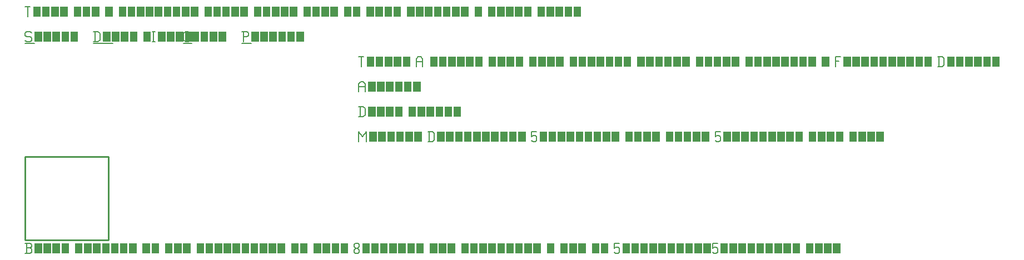
<source format=gbr>
G04 start of page 3 for group -1 layer_idx -1 *
G04 Title: A single line that extends beyond board boundary, TODO:group_name *
G04 Creator: <version>
G04 CreationDate: <date>
G04 For:  *
G04 Format: Gerber/RS-274X *
G04 PCB-Dimensions: 50000 50000 *
G04 PCB-Coordinate-Origin: lower left *
%MOIN*%
%FSLAX25Y25*%
%LNFAB*%
%ADD14C,0.0100*%
%ADD13C,0.0001*%
%ADD12C,0.0060*%
G54D12*X3000Y125000D02*X3750Y124250D01*
X750Y125000D02*X3000D01*
X0Y124250D02*X750Y125000D01*
X0Y124250D02*Y122750D01*
X750Y122000D01*
X3000D01*
X3750Y121250D01*
Y119750D01*
X3000Y119000D02*X3750Y119750D01*
X750Y119000D02*X3000D01*
X0Y119750D02*X750Y119000D01*
G54D13*G36*
X5550Y125000D02*Y119000D01*
X10050D01*
Y125000D01*
X5550D01*
G37*
G36*
X10950D02*Y119000D01*
X15450D01*
Y125000D01*
X10950D01*
G37*
G36*
X16350D02*Y119000D01*
X20850D01*
Y125000D01*
X16350D01*
G37*
G36*
X21750D02*Y119000D01*
X26250D01*
Y125000D01*
X21750D01*
G37*
G36*
X27150D02*Y119000D01*
X31650D01*
Y125000D01*
X27150D01*
G37*
G54D12*X0Y118000D02*X5550D01*
X41750Y125000D02*Y119000D01*
X43700Y125000D02*X44750Y123950D01*
Y120050D01*
X43700Y119000D02*X44750Y120050D01*
X41000Y119000D02*X43700D01*
X41000Y125000D02*X43700D01*
G54D13*G36*
X46550D02*Y119000D01*
X51050D01*
Y125000D01*
X46550D01*
G37*
G36*
X51950D02*Y119000D01*
X56450D01*
Y125000D01*
X51950D01*
G37*
G36*
X57350D02*Y119000D01*
X61850D01*
Y125000D01*
X57350D01*
G37*
G36*
X62750D02*Y119000D01*
X67250D01*
Y125000D01*
X62750D01*
G37*
G36*
X70850D02*Y119000D01*
X75350D01*
Y125000D01*
X70850D01*
G37*
G54D12*X76250D02*X77750D01*
X77000D02*Y119000D01*
X76250D02*X77750D01*
G54D13*G36*
X79550Y125000D02*Y119000D01*
X84050D01*
Y125000D01*
X79550D01*
G37*
G36*
X84950D02*Y119000D01*
X89450D01*
Y125000D01*
X84950D01*
G37*
G36*
X90350D02*Y119000D01*
X94850D01*
Y125000D01*
X90350D01*
G37*
G36*
X95750D02*Y119000D01*
X100250D01*
Y125000D01*
X95750D01*
G37*
G54D12*X41000Y118000D02*X52550D01*
X96050Y119000D02*X98000D01*
X95000Y120050D02*X96050Y119000D01*
X95000Y123950D02*Y120050D01*
Y123950D02*X96050Y125000D01*
X98000D01*
G54D13*G36*
X99800D02*Y119000D01*
X104300D01*
Y125000D01*
X99800D01*
G37*
G36*
X105200D02*Y119000D01*
X109700D01*
Y125000D01*
X105200D01*
G37*
G36*
X110600D02*Y119000D01*
X115100D01*
Y125000D01*
X110600D01*
G37*
G36*
X116000D02*Y119000D01*
X120500D01*
Y125000D01*
X116000D01*
G37*
G54D12*X95000Y118000D02*X99800D01*
X130750Y125000D02*Y119000D01*
X130000Y125000D02*X133000D01*
X133750Y124250D01*
Y122750D01*
X133000Y122000D02*X133750Y122750D01*
X130750Y122000D02*X133000D01*
G54D13*G36*
X135550Y125000D02*Y119000D01*
X140050D01*
Y125000D01*
X135550D01*
G37*
G36*
X140950D02*Y119000D01*
X145450D01*
Y125000D01*
X140950D01*
G37*
G36*
X146350D02*Y119000D01*
X150850D01*
Y125000D01*
X146350D01*
G37*
G36*
X151750D02*Y119000D01*
X156250D01*
Y125000D01*
X151750D01*
G37*
G36*
X157150D02*Y119000D01*
X161650D01*
Y125000D01*
X157150D01*
G37*
G36*
X162550D02*Y119000D01*
X167050D01*
Y125000D01*
X162550D01*
G37*
G54D12*X130000Y118000D02*X135550D01*
X0Y140000D02*X3000D01*
X1500D02*Y134000D01*
G54D13*G36*
X4800Y140000D02*Y134000D01*
X9300D01*
Y140000D01*
X4800D01*
G37*
G36*
X10200D02*Y134000D01*
X14700D01*
Y140000D01*
X10200D01*
G37*
G36*
X15600D02*Y134000D01*
X20100D01*
Y140000D01*
X15600D01*
G37*
G36*
X21000D02*Y134000D01*
X25500D01*
Y140000D01*
X21000D01*
G37*
G36*
X29100D02*Y134000D01*
X33600D01*
Y140000D01*
X29100D01*
G37*
G36*
X34500D02*Y134000D01*
X39000D01*
Y140000D01*
X34500D01*
G37*
G36*
X39900D02*Y134000D01*
X44400D01*
Y140000D01*
X39900D01*
G37*
G36*
X48000D02*Y134000D01*
X52500D01*
Y140000D01*
X48000D01*
G37*
G36*
X56100D02*Y134000D01*
X60600D01*
Y140000D01*
X56100D01*
G37*
G36*
X61500D02*Y134000D01*
X66000D01*
Y140000D01*
X61500D01*
G37*
G36*
X66900D02*Y134000D01*
X71400D01*
Y140000D01*
X66900D01*
G37*
G36*
X72300D02*Y134000D01*
X76800D01*
Y140000D01*
X72300D01*
G37*
G36*
X77700D02*Y134000D01*
X82200D01*
Y140000D01*
X77700D01*
G37*
G36*
X83100D02*Y134000D01*
X87600D01*
Y140000D01*
X83100D01*
G37*
G36*
X88500D02*Y134000D01*
X93000D01*
Y140000D01*
X88500D01*
G37*
G36*
X93900D02*Y134000D01*
X98400D01*
Y140000D01*
X93900D01*
G37*
G36*
X99300D02*Y134000D01*
X103800D01*
Y140000D01*
X99300D01*
G37*
G36*
X107400D02*Y134000D01*
X111900D01*
Y140000D01*
X107400D01*
G37*
G36*
X112800D02*Y134000D01*
X117300D01*
Y140000D01*
X112800D01*
G37*
G36*
X118200D02*Y134000D01*
X122700D01*
Y140000D01*
X118200D01*
G37*
G36*
X123600D02*Y134000D01*
X128100D01*
Y140000D01*
X123600D01*
G37*
G36*
X129000D02*Y134000D01*
X133500D01*
Y140000D01*
X129000D01*
G37*
G36*
X137100D02*Y134000D01*
X141600D01*
Y140000D01*
X137100D01*
G37*
G36*
X142500D02*Y134000D01*
X147000D01*
Y140000D01*
X142500D01*
G37*
G36*
X147900D02*Y134000D01*
X152400D01*
Y140000D01*
X147900D01*
G37*
G36*
X153300D02*Y134000D01*
X157800D01*
Y140000D01*
X153300D01*
G37*
G36*
X158700D02*Y134000D01*
X163200D01*
Y140000D01*
X158700D01*
G37*
G36*
X166800D02*Y134000D01*
X171300D01*
Y140000D01*
X166800D01*
G37*
G36*
X172200D02*Y134000D01*
X176700D01*
Y140000D01*
X172200D01*
G37*
G36*
X177600D02*Y134000D01*
X182100D01*
Y140000D01*
X177600D01*
G37*
G36*
X183000D02*Y134000D01*
X187500D01*
Y140000D01*
X183000D01*
G37*
G36*
X191100D02*Y134000D01*
X195600D01*
Y140000D01*
X191100D01*
G37*
G36*
X196500D02*Y134000D01*
X201000D01*
Y140000D01*
X196500D01*
G37*
G36*
X204600D02*Y134000D01*
X209100D01*
Y140000D01*
X204600D01*
G37*
G36*
X210000D02*Y134000D01*
X214500D01*
Y140000D01*
X210000D01*
G37*
G36*
X215400D02*Y134000D01*
X219900D01*
Y140000D01*
X215400D01*
G37*
G36*
X220800D02*Y134000D01*
X225300D01*
Y140000D01*
X220800D01*
G37*
G36*
X228900D02*Y134000D01*
X233400D01*
Y140000D01*
X228900D01*
G37*
G36*
X234300D02*Y134000D01*
X238800D01*
Y140000D01*
X234300D01*
G37*
G36*
X239700D02*Y134000D01*
X244200D01*
Y140000D01*
X239700D01*
G37*
G36*
X245100D02*Y134000D01*
X249600D01*
Y140000D01*
X245100D01*
G37*
G36*
X250500D02*Y134000D01*
X255000D01*
Y140000D01*
X250500D01*
G37*
G36*
X255900D02*Y134000D01*
X260400D01*
Y140000D01*
X255900D01*
G37*
G36*
X261300D02*Y134000D01*
X265800D01*
Y140000D01*
X261300D01*
G37*
G36*
X269400D02*Y134000D01*
X273900D01*
Y140000D01*
X269400D01*
G37*
G36*
X277500D02*Y134000D01*
X282000D01*
Y140000D01*
X277500D01*
G37*
G36*
X282900D02*Y134000D01*
X287400D01*
Y140000D01*
X282900D01*
G37*
G36*
X288300D02*Y134000D01*
X292800D01*
Y140000D01*
X288300D01*
G37*
G36*
X293700D02*Y134000D01*
X298200D01*
Y140000D01*
X293700D01*
G37*
G36*
X299100D02*Y134000D01*
X303600D01*
Y140000D01*
X299100D01*
G37*
G36*
X307200D02*Y134000D01*
X311700D01*
Y140000D01*
X307200D01*
G37*
G36*
X312600D02*Y134000D01*
X317100D01*
Y140000D01*
X312600D01*
G37*
G36*
X318000D02*Y134000D01*
X322500D01*
Y140000D01*
X318000D01*
G37*
G36*
X323400D02*Y134000D01*
X327900D01*
Y140000D01*
X323400D01*
G37*
G36*
X328800D02*Y134000D01*
X333300D01*
Y140000D01*
X328800D01*
G37*
G54D14*X0Y50000D02*X50000D01*
X0D02*Y0D01*
X50000Y50000D02*Y0D01*
X0D02*X50000D01*
G54D12*X200000Y65000D02*Y59000D01*
Y65000D02*X202250Y62000D01*
X204500Y65000D01*
Y59000D01*
G54D13*G36*
X206300Y65000D02*Y59000D01*
X210800D01*
Y65000D01*
X206300D01*
G37*
G36*
X211700D02*Y59000D01*
X216200D01*
Y65000D01*
X211700D01*
G37*
G36*
X217100D02*Y59000D01*
X221600D01*
Y65000D01*
X217100D01*
G37*
G36*
X222500D02*Y59000D01*
X227000D01*
Y65000D01*
X222500D01*
G37*
G36*
X227900D02*Y59000D01*
X232400D01*
Y65000D01*
X227900D01*
G37*
G36*
X233300D02*Y59000D01*
X237800D01*
Y65000D01*
X233300D01*
G37*
G54D12*X242150D02*Y59000D01*
X244100Y65000D02*X245150Y63950D01*
Y60050D01*
X244100Y59000D02*X245150Y60050D01*
X241400Y59000D02*X244100D01*
X241400Y65000D02*X244100D01*
G54D13*G36*
X246950D02*Y59000D01*
X251450D01*
Y65000D01*
X246950D01*
G37*
G36*
X252350D02*Y59000D01*
X256850D01*
Y65000D01*
X252350D01*
G37*
G36*
X257750D02*Y59000D01*
X262250D01*
Y65000D01*
X257750D01*
G37*
G36*
X263150D02*Y59000D01*
X267650D01*
Y65000D01*
X263150D01*
G37*
G36*
X268550D02*Y59000D01*
X273050D01*
Y65000D01*
X268550D01*
G37*
G36*
X273950D02*Y59000D01*
X278450D01*
Y65000D01*
X273950D01*
G37*
G36*
X279350D02*Y59000D01*
X283850D01*
Y65000D01*
X279350D01*
G37*
G36*
X284750D02*Y59000D01*
X289250D01*
Y65000D01*
X284750D01*
G37*
G36*
X290150D02*Y59000D01*
X294650D01*
Y65000D01*
X290150D01*
G37*
G36*
X295550D02*Y59000D01*
X300050D01*
Y65000D01*
X295550D01*
G37*
G54D12*X303650D02*X306650D01*
X303650D02*Y62000D01*
X304400Y62750D01*
X305900D01*
X306650Y62000D01*
Y59750D01*
X305900Y59000D02*X306650Y59750D01*
X304400Y59000D02*X305900D01*
X303650Y59750D02*X304400Y59000D01*
G54D13*G36*
X308450Y65000D02*Y59000D01*
X312950D01*
Y65000D01*
X308450D01*
G37*
G36*
X313850D02*Y59000D01*
X318350D01*
Y65000D01*
X313850D01*
G37*
G36*
X319250D02*Y59000D01*
X323750D01*
Y65000D01*
X319250D01*
G37*
G36*
X324650D02*Y59000D01*
X329150D01*
Y65000D01*
X324650D01*
G37*
G36*
X330050D02*Y59000D01*
X334550D01*
Y65000D01*
X330050D01*
G37*
G36*
X335450D02*Y59000D01*
X339950D01*
Y65000D01*
X335450D01*
G37*
G36*
X340850D02*Y59000D01*
X345350D01*
Y65000D01*
X340850D01*
G37*
G36*
X346250D02*Y59000D01*
X350750D01*
Y65000D01*
X346250D01*
G37*
G36*
X351650D02*Y59000D01*
X356150D01*
Y65000D01*
X351650D01*
G37*
G36*
X359750D02*Y59000D01*
X364250D01*
Y65000D01*
X359750D01*
G37*
G36*
X365150D02*Y59000D01*
X369650D01*
Y65000D01*
X365150D01*
G37*
G36*
X370550D02*Y59000D01*
X375050D01*
Y65000D01*
X370550D01*
G37*
G36*
X375950D02*Y59000D01*
X380450D01*
Y65000D01*
X375950D01*
G37*
G36*
X384050D02*Y59000D01*
X388550D01*
Y65000D01*
X384050D01*
G37*
G36*
X389450D02*Y59000D01*
X393950D01*
Y65000D01*
X389450D01*
G37*
G36*
X394850D02*Y59000D01*
X399350D01*
Y65000D01*
X394850D01*
G37*
G36*
X400250D02*Y59000D01*
X404750D01*
Y65000D01*
X400250D01*
G37*
G36*
X405650D02*Y59000D01*
X410150D01*
Y65000D01*
X405650D01*
G37*
G54D12*X413750D02*X416750D01*
X413750D02*Y62000D01*
X414500Y62750D01*
X416000D01*
X416750Y62000D01*
Y59750D01*
X416000Y59000D02*X416750Y59750D01*
X414500Y59000D02*X416000D01*
X413750Y59750D02*X414500Y59000D01*
G54D13*G36*
X418550Y65000D02*Y59000D01*
X423050D01*
Y65000D01*
X418550D01*
G37*
G36*
X423950D02*Y59000D01*
X428450D01*
Y65000D01*
X423950D01*
G37*
G36*
X429350D02*Y59000D01*
X433850D01*
Y65000D01*
X429350D01*
G37*
G36*
X434750D02*Y59000D01*
X439250D01*
Y65000D01*
X434750D01*
G37*
G36*
X440150D02*Y59000D01*
X444650D01*
Y65000D01*
X440150D01*
G37*
G36*
X445550D02*Y59000D01*
X450050D01*
Y65000D01*
X445550D01*
G37*
G36*
X450950D02*Y59000D01*
X455450D01*
Y65000D01*
X450950D01*
G37*
G36*
X456350D02*Y59000D01*
X460850D01*
Y65000D01*
X456350D01*
G37*
G36*
X461750D02*Y59000D01*
X466250D01*
Y65000D01*
X461750D01*
G37*
G36*
X469850D02*Y59000D01*
X474350D01*
Y65000D01*
X469850D01*
G37*
G36*
X475250D02*Y59000D01*
X479750D01*
Y65000D01*
X475250D01*
G37*
G36*
X480650D02*Y59000D01*
X485150D01*
Y65000D01*
X480650D01*
G37*
G36*
X486050D02*Y59000D01*
X490550D01*
Y65000D01*
X486050D01*
G37*
G36*
X494150D02*Y59000D01*
X498650D01*
Y65000D01*
X494150D01*
G37*
G36*
X499550D02*Y59000D01*
X504050D01*
Y65000D01*
X499550D01*
G37*
G36*
X504950D02*Y59000D01*
X509450D01*
Y65000D01*
X504950D01*
G37*
G36*
X510350D02*Y59000D01*
X514850D01*
Y65000D01*
X510350D01*
G37*
G54D12*X0Y-8000D02*X3000D01*
X3750Y-7250D01*
Y-5450D02*Y-7250D01*
X3000Y-4700D02*X3750Y-5450D01*
X750Y-4700D02*X3000D01*
X750Y-2000D02*Y-8000D01*
X0Y-2000D02*X3000D01*
X3750Y-2750D01*
Y-3950D01*
X3000Y-4700D02*X3750Y-3950D01*
G54D13*G36*
X5550Y-2000D02*Y-8000D01*
X10050D01*
Y-2000D01*
X5550D01*
G37*
G36*
X10950D02*Y-8000D01*
X15450D01*
Y-2000D01*
X10950D01*
G37*
G36*
X16350D02*Y-8000D01*
X20850D01*
Y-2000D01*
X16350D01*
G37*
G36*
X21750D02*Y-8000D01*
X26250D01*
Y-2000D01*
X21750D01*
G37*
G36*
X29850D02*Y-8000D01*
X34350D01*
Y-2000D01*
X29850D01*
G37*
G36*
X35250D02*Y-8000D01*
X39750D01*
Y-2000D01*
X35250D01*
G37*
G36*
X40650D02*Y-8000D01*
X45150D01*
Y-2000D01*
X40650D01*
G37*
G36*
X46050D02*Y-8000D01*
X50550D01*
Y-2000D01*
X46050D01*
G37*
G36*
X51450D02*Y-8000D01*
X55950D01*
Y-2000D01*
X51450D01*
G37*
G36*
X56850D02*Y-8000D01*
X61350D01*
Y-2000D01*
X56850D01*
G37*
G36*
X62250D02*Y-8000D01*
X66750D01*
Y-2000D01*
X62250D01*
G37*
G36*
X70350D02*Y-8000D01*
X74850D01*
Y-2000D01*
X70350D01*
G37*
G36*
X75750D02*Y-8000D01*
X80250D01*
Y-2000D01*
X75750D01*
G37*
G36*
X83850D02*Y-8000D01*
X88350D01*
Y-2000D01*
X83850D01*
G37*
G36*
X89250D02*Y-8000D01*
X93750D01*
Y-2000D01*
X89250D01*
G37*
G36*
X94650D02*Y-8000D01*
X99150D01*
Y-2000D01*
X94650D01*
G37*
G36*
X102750D02*Y-8000D01*
X107250D01*
Y-2000D01*
X102750D01*
G37*
G36*
X108150D02*Y-8000D01*
X112650D01*
Y-2000D01*
X108150D01*
G37*
G36*
X113550D02*Y-8000D01*
X118050D01*
Y-2000D01*
X113550D01*
G37*
G36*
X118950D02*Y-8000D01*
X123450D01*
Y-2000D01*
X118950D01*
G37*
G36*
X124350D02*Y-8000D01*
X128850D01*
Y-2000D01*
X124350D01*
G37*
G36*
X129750D02*Y-8000D01*
X134250D01*
Y-2000D01*
X129750D01*
G37*
G36*
X135150D02*Y-8000D01*
X139650D01*
Y-2000D01*
X135150D01*
G37*
G36*
X140550D02*Y-8000D01*
X145050D01*
Y-2000D01*
X140550D01*
G37*
G36*
X145950D02*Y-8000D01*
X150450D01*
Y-2000D01*
X145950D01*
G37*
G36*
X151350D02*Y-8000D01*
X155850D01*
Y-2000D01*
X151350D01*
G37*
G36*
X159450D02*Y-8000D01*
X163950D01*
Y-2000D01*
X159450D01*
G37*
G36*
X164850D02*Y-8000D01*
X169350D01*
Y-2000D01*
X164850D01*
G37*
G36*
X172950D02*Y-8000D01*
X177450D01*
Y-2000D01*
X172950D01*
G37*
G36*
X178350D02*Y-8000D01*
X182850D01*
Y-2000D01*
X178350D01*
G37*
G36*
X183750D02*Y-8000D01*
X188250D01*
Y-2000D01*
X183750D01*
G37*
G36*
X189150D02*Y-8000D01*
X193650D01*
Y-2000D01*
X189150D01*
G37*
G54D12*X197250Y-7250D02*X198000Y-8000D01*
X197250Y-6050D02*Y-7250D01*
Y-6050D02*X198300Y-5000D01*
X199200D01*
X200250Y-6050D01*
Y-7250D01*
X199500Y-8000D02*X200250Y-7250D01*
X198000Y-8000D02*X199500D01*
X197250Y-3950D02*X198300Y-5000D01*
X197250Y-2750D02*Y-3950D01*
Y-2750D02*X198000Y-2000D01*
X199500D01*
X200250Y-2750D01*
Y-3950D01*
X199200Y-5000D02*X200250Y-3950D01*
G54D13*G36*
X202050Y-2000D02*Y-8000D01*
X206550D01*
Y-2000D01*
X202050D01*
G37*
G36*
X207450D02*Y-8000D01*
X211950D01*
Y-2000D01*
X207450D01*
G37*
G36*
X212850D02*Y-8000D01*
X217350D01*
Y-2000D01*
X212850D01*
G37*
G36*
X218250D02*Y-8000D01*
X222750D01*
Y-2000D01*
X218250D01*
G37*
G36*
X223650D02*Y-8000D01*
X228150D01*
Y-2000D01*
X223650D01*
G37*
G36*
X229050D02*Y-8000D01*
X233550D01*
Y-2000D01*
X229050D01*
G37*
G36*
X234450D02*Y-8000D01*
X238950D01*
Y-2000D01*
X234450D01*
G37*
G36*
X242550D02*Y-8000D01*
X247050D01*
Y-2000D01*
X242550D01*
G37*
G36*
X247950D02*Y-8000D01*
X252450D01*
Y-2000D01*
X247950D01*
G37*
G36*
X253350D02*Y-8000D01*
X257850D01*
Y-2000D01*
X253350D01*
G37*
G36*
X261450D02*Y-8000D01*
X265950D01*
Y-2000D01*
X261450D01*
G37*
G36*
X266850D02*Y-8000D01*
X271350D01*
Y-2000D01*
X266850D01*
G37*
G36*
X272250D02*Y-8000D01*
X276750D01*
Y-2000D01*
X272250D01*
G37*
G36*
X277650D02*Y-8000D01*
X282150D01*
Y-2000D01*
X277650D01*
G37*
G36*
X283050D02*Y-8000D01*
X287550D01*
Y-2000D01*
X283050D01*
G37*
G36*
X288450D02*Y-8000D01*
X292950D01*
Y-2000D01*
X288450D01*
G37*
G36*
X293850D02*Y-8000D01*
X298350D01*
Y-2000D01*
X293850D01*
G37*
G36*
X299250D02*Y-8000D01*
X303750D01*
Y-2000D01*
X299250D01*
G37*
G36*
X304650D02*Y-8000D01*
X309150D01*
Y-2000D01*
X304650D01*
G37*
G36*
X312750D02*Y-8000D01*
X317250D01*
Y-2000D01*
X312750D01*
G37*
G36*
X320850D02*Y-8000D01*
X325350D01*
Y-2000D01*
X320850D01*
G37*
G36*
X326250D02*Y-8000D01*
X330750D01*
Y-2000D01*
X326250D01*
G37*
G36*
X331650D02*Y-8000D01*
X336150D01*
Y-2000D01*
X331650D01*
G37*
G36*
X339750D02*Y-8000D01*
X344250D01*
Y-2000D01*
X339750D01*
G37*
G36*
X345150D02*Y-8000D01*
X349650D01*
Y-2000D01*
X345150D01*
G37*
G54D12*X353250D02*X356250D01*
X353250D02*Y-5000D01*
X354000Y-4250D01*
X355500D01*
X356250Y-5000D01*
Y-7250D01*
X355500Y-8000D02*X356250Y-7250D01*
X354000Y-8000D02*X355500D01*
X353250Y-7250D02*X354000Y-8000D01*
G54D13*G36*
X358050Y-2000D02*Y-8000D01*
X362550D01*
Y-2000D01*
X358050D01*
G37*
G36*
X363450D02*Y-8000D01*
X367950D01*
Y-2000D01*
X363450D01*
G37*
G36*
X368850D02*Y-8000D01*
X373350D01*
Y-2000D01*
X368850D01*
G37*
G36*
X374250D02*Y-8000D01*
X378750D01*
Y-2000D01*
X374250D01*
G37*
G36*
X379650D02*Y-8000D01*
X384150D01*
Y-2000D01*
X379650D01*
G37*
G36*
X385050D02*Y-8000D01*
X389550D01*
Y-2000D01*
X385050D01*
G37*
G36*
X390450D02*Y-8000D01*
X394950D01*
Y-2000D01*
X390450D01*
G37*
G36*
X395850D02*Y-8000D01*
X400350D01*
Y-2000D01*
X395850D01*
G37*
G36*
X401250D02*Y-8000D01*
X405750D01*
Y-2000D01*
X401250D01*
G37*
G36*
X406650D02*Y-8000D01*
X411150D01*
Y-2000D01*
X406650D01*
G37*
G54D12*X412050D02*X415050D01*
X412050D02*Y-5000D01*
X412800Y-4250D01*
X414300D01*
X415050Y-5000D01*
Y-7250D01*
X414300Y-8000D02*X415050Y-7250D01*
X412800Y-8000D02*X414300D01*
X412050Y-7250D02*X412800Y-8000D01*
G54D13*G36*
X416850Y-2000D02*Y-8000D01*
X421350D01*
Y-2000D01*
X416850D01*
G37*
G36*
X422250D02*Y-8000D01*
X426750D01*
Y-2000D01*
X422250D01*
G37*
G36*
X427650D02*Y-8000D01*
X432150D01*
Y-2000D01*
X427650D01*
G37*
G36*
X433050D02*Y-8000D01*
X437550D01*
Y-2000D01*
X433050D01*
G37*
G36*
X438450D02*Y-8000D01*
X442950D01*
Y-2000D01*
X438450D01*
G37*
G36*
X443850D02*Y-8000D01*
X448350D01*
Y-2000D01*
X443850D01*
G37*
G36*
X449250D02*Y-8000D01*
X453750D01*
Y-2000D01*
X449250D01*
G37*
G36*
X454650D02*Y-8000D01*
X459150D01*
Y-2000D01*
X454650D01*
G37*
G36*
X460050D02*Y-8000D01*
X464550D01*
Y-2000D01*
X460050D01*
G37*
G36*
X468150D02*Y-8000D01*
X472650D01*
Y-2000D01*
X468150D01*
G37*
G36*
X473550D02*Y-8000D01*
X478050D01*
Y-2000D01*
X473550D01*
G37*
G36*
X478950D02*Y-8000D01*
X483450D01*
Y-2000D01*
X478950D01*
G37*
G36*
X484350D02*Y-8000D01*
X488850D01*
Y-2000D01*
X484350D01*
G37*
G54D12*X200750Y80000D02*Y74000D01*
X202700Y80000D02*X203750Y78950D01*
Y75050D01*
X202700Y74000D02*X203750Y75050D01*
X200000Y74000D02*X202700D01*
X200000Y80000D02*X202700D01*
G54D13*G36*
X205550D02*Y74000D01*
X210050D01*
Y80000D01*
X205550D01*
G37*
G36*
X210950D02*Y74000D01*
X215450D01*
Y80000D01*
X210950D01*
G37*
G36*
X216350D02*Y74000D01*
X220850D01*
Y80000D01*
X216350D01*
G37*
G36*
X221750D02*Y74000D01*
X226250D01*
Y80000D01*
X221750D01*
G37*
G36*
X229850D02*Y74000D01*
X234350D01*
Y80000D01*
X229850D01*
G37*
G36*
X235250D02*Y74000D01*
X239750D01*
Y80000D01*
X235250D01*
G37*
G36*
X240650D02*Y74000D01*
X245150D01*
Y80000D01*
X240650D01*
G37*
G36*
X246050D02*Y74000D01*
X250550D01*
Y80000D01*
X246050D01*
G37*
G36*
X251450D02*Y74000D01*
X255950D01*
Y80000D01*
X251450D01*
G37*
G36*
X256850D02*Y74000D01*
X261350D01*
Y80000D01*
X256850D01*
G37*
G54D12*X200000Y93500D02*Y89000D01*
Y93500D02*X201050Y95000D01*
X202700D01*
X203750Y93500D01*
Y89000D01*
X200000Y92000D02*X203750D01*
G54D13*G36*
X205550Y95000D02*Y89000D01*
X210050D01*
Y95000D01*
X205550D01*
G37*
G36*
X210950D02*Y89000D01*
X215450D01*
Y95000D01*
X210950D01*
G37*
G36*
X216350D02*Y89000D01*
X220850D01*
Y95000D01*
X216350D01*
G37*
G36*
X221750D02*Y89000D01*
X226250D01*
Y95000D01*
X221750D01*
G37*
G36*
X227150D02*Y89000D01*
X231650D01*
Y95000D01*
X227150D01*
G37*
G36*
X232550D02*Y89000D01*
X237050D01*
Y95000D01*
X232550D01*
G37*
G54D12*X200000Y110000D02*X203000D01*
X201500D02*Y104000D01*
G54D13*G36*
X204800Y110000D02*Y104000D01*
X209300D01*
Y110000D01*
X204800D01*
G37*
G36*
X210200D02*Y104000D01*
X214700D01*
Y110000D01*
X210200D01*
G37*
G36*
X215600D02*Y104000D01*
X220100D01*
Y110000D01*
X215600D01*
G37*
G36*
X221000D02*Y104000D01*
X225500D01*
Y110000D01*
X221000D01*
G37*
G36*
X226400D02*Y104000D01*
X230900D01*
Y110000D01*
X226400D01*
G37*
G54D12*X234500Y108500D02*Y104000D01*
Y108500D02*X235550Y110000D01*
X237200D01*
X238250Y108500D01*
Y104000D01*
X234500Y107000D02*X238250D01*
G54D13*G36*
X242750Y110000D02*Y104000D01*
X247250D01*
Y110000D01*
X242750D01*
G37*
G36*
X248150D02*Y104000D01*
X252650D01*
Y110000D01*
X248150D01*
G37*
G36*
X253550D02*Y104000D01*
X258050D01*
Y110000D01*
X253550D01*
G37*
G36*
X258950D02*Y104000D01*
X263450D01*
Y110000D01*
X258950D01*
G37*
G36*
X264350D02*Y104000D01*
X268850D01*
Y110000D01*
X264350D01*
G37*
G36*
X269750D02*Y104000D01*
X274250D01*
Y110000D01*
X269750D01*
G37*
G36*
X277850D02*Y104000D01*
X282350D01*
Y110000D01*
X277850D01*
G37*
G36*
X283250D02*Y104000D01*
X287750D01*
Y110000D01*
X283250D01*
G37*
G36*
X288650D02*Y104000D01*
X293150D01*
Y110000D01*
X288650D01*
G37*
G36*
X294050D02*Y104000D01*
X298550D01*
Y110000D01*
X294050D01*
G37*
G36*
X302150D02*Y104000D01*
X306650D01*
Y110000D01*
X302150D01*
G37*
G36*
X307550D02*Y104000D01*
X312050D01*
Y110000D01*
X307550D01*
G37*
G36*
X312950D02*Y104000D01*
X317450D01*
Y110000D01*
X312950D01*
G37*
G36*
X318350D02*Y104000D01*
X322850D01*
Y110000D01*
X318350D01*
G37*
G36*
X326450D02*Y104000D01*
X330950D01*
Y110000D01*
X326450D01*
G37*
G36*
X331850D02*Y104000D01*
X336350D01*
Y110000D01*
X331850D01*
G37*
G36*
X337250D02*Y104000D01*
X341750D01*
Y110000D01*
X337250D01*
G37*
G36*
X342650D02*Y104000D01*
X347150D01*
Y110000D01*
X342650D01*
G37*
G36*
X348050D02*Y104000D01*
X352550D01*
Y110000D01*
X348050D01*
G37*
G36*
X353450D02*Y104000D01*
X357950D01*
Y110000D01*
X353450D01*
G37*
G36*
X358850D02*Y104000D01*
X363350D01*
Y110000D01*
X358850D01*
G37*
G36*
X366950D02*Y104000D01*
X371450D01*
Y110000D01*
X366950D01*
G37*
G36*
X372350D02*Y104000D01*
X376850D01*
Y110000D01*
X372350D01*
G37*
G36*
X377750D02*Y104000D01*
X382250D01*
Y110000D01*
X377750D01*
G37*
G36*
X383150D02*Y104000D01*
X387650D01*
Y110000D01*
X383150D01*
G37*
G36*
X388550D02*Y104000D01*
X393050D01*
Y110000D01*
X388550D01*
G37*
G36*
X393950D02*Y104000D01*
X398450D01*
Y110000D01*
X393950D01*
G37*
G36*
X402050D02*Y104000D01*
X406550D01*
Y110000D01*
X402050D01*
G37*
G36*
X407450D02*Y104000D01*
X411950D01*
Y110000D01*
X407450D01*
G37*
G36*
X412850D02*Y104000D01*
X417350D01*
Y110000D01*
X412850D01*
G37*
G36*
X418250D02*Y104000D01*
X422750D01*
Y110000D01*
X418250D01*
G37*
G36*
X423650D02*Y104000D01*
X428150D01*
Y110000D01*
X423650D01*
G37*
G36*
X431750D02*Y104000D01*
X436250D01*
Y110000D01*
X431750D01*
G37*
G36*
X437150D02*Y104000D01*
X441650D01*
Y110000D01*
X437150D01*
G37*
G36*
X442550D02*Y104000D01*
X447050D01*
Y110000D01*
X442550D01*
G37*
G36*
X447950D02*Y104000D01*
X452450D01*
Y110000D01*
X447950D01*
G37*
G36*
X453350D02*Y104000D01*
X457850D01*
Y110000D01*
X453350D01*
G37*
G36*
X458750D02*Y104000D01*
X463250D01*
Y110000D01*
X458750D01*
G37*
G36*
X464150D02*Y104000D01*
X468650D01*
Y110000D01*
X464150D01*
G37*
G36*
X469550D02*Y104000D01*
X474050D01*
Y110000D01*
X469550D01*
G37*
G36*
X477650D02*Y104000D01*
X482150D01*
Y110000D01*
X477650D01*
G37*
G54D12*X485750D02*Y104000D01*
Y110000D02*X488750D01*
X485750Y107300D02*X488000D01*
G54D13*G36*
X490550Y110000D02*Y104000D01*
X495050D01*
Y110000D01*
X490550D01*
G37*
G36*
X495950D02*Y104000D01*
X500450D01*
Y110000D01*
X495950D01*
G37*
G36*
X501350D02*Y104000D01*
X505850D01*
Y110000D01*
X501350D01*
G37*
G36*
X506750D02*Y104000D01*
X511250D01*
Y110000D01*
X506750D01*
G37*
G36*
X512150D02*Y104000D01*
X516650D01*
Y110000D01*
X512150D01*
G37*
G36*
X517550D02*Y104000D01*
X522050D01*
Y110000D01*
X517550D01*
G37*
G36*
X522950D02*Y104000D01*
X527450D01*
Y110000D01*
X522950D01*
G37*
G36*
X528350D02*Y104000D01*
X532850D01*
Y110000D01*
X528350D01*
G37*
G36*
X533750D02*Y104000D01*
X538250D01*
Y110000D01*
X533750D01*
G37*
G36*
X539150D02*Y104000D01*
X543650D01*
Y110000D01*
X539150D01*
G37*
G54D12*X548000D02*Y104000D01*
X549950Y110000D02*X551000Y108950D01*
Y105050D01*
X549950Y104000D02*X551000Y105050D01*
X547250Y104000D02*X549950D01*
X547250Y110000D02*X549950D01*
G54D13*G36*
X552800D02*Y104000D01*
X557300D01*
Y110000D01*
X552800D01*
G37*
G36*
X558200D02*Y104000D01*
X562700D01*
Y110000D01*
X558200D01*
G37*
G36*
X563600D02*Y104000D01*
X568100D01*
Y110000D01*
X563600D01*
G37*
G36*
X569000D02*Y104000D01*
X573500D01*
Y110000D01*
X569000D01*
G37*
G36*
X574400D02*Y104000D01*
X578900D01*
Y110000D01*
X574400D01*
G37*
G36*
X579800D02*Y104000D01*
X584300D01*
Y110000D01*
X579800D01*
G37*
M02*

</source>
